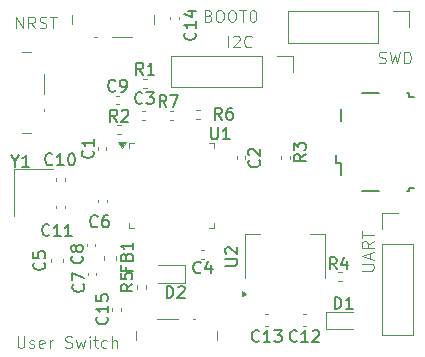
<source format=gbr>
%TF.GenerationSoftware,KiCad,Pcbnew,8.0.3*%
%TF.CreationDate,2024-12-22T23:45:43+05:30*%
%TF.ProjectId,STM32-pcb-design,53544d33-322d-4706-9362-2d6465736967,rev?*%
%TF.SameCoordinates,Original*%
%TF.FileFunction,Legend,Top*%
%TF.FilePolarity,Positive*%
%FSLAX46Y46*%
G04 Gerber Fmt 4.6, Leading zero omitted, Abs format (unit mm)*
G04 Created by KiCad (PCBNEW 8.0.3) date 2024-12-22 23:45:43*
%MOMM*%
%LPD*%
G01*
G04 APERTURE LIST*
%ADD10C,0.100000*%
%ADD11C,0.150000*%
%ADD12C,0.120000*%
G04 APERTURE END LIST*
D10*
X91493884Y-58952419D02*
X91493884Y-59761942D01*
X91493884Y-59761942D02*
X91541503Y-59857180D01*
X91541503Y-59857180D02*
X91589122Y-59904800D01*
X91589122Y-59904800D02*
X91684360Y-59952419D01*
X91684360Y-59952419D02*
X91874836Y-59952419D01*
X91874836Y-59952419D02*
X91970074Y-59904800D01*
X91970074Y-59904800D02*
X92017693Y-59857180D01*
X92017693Y-59857180D02*
X92065312Y-59761942D01*
X92065312Y-59761942D02*
X92065312Y-58952419D01*
X92493884Y-59904800D02*
X92589122Y-59952419D01*
X92589122Y-59952419D02*
X92779598Y-59952419D01*
X92779598Y-59952419D02*
X92874836Y-59904800D01*
X92874836Y-59904800D02*
X92922455Y-59809561D01*
X92922455Y-59809561D02*
X92922455Y-59761942D01*
X92922455Y-59761942D02*
X92874836Y-59666704D01*
X92874836Y-59666704D02*
X92779598Y-59619085D01*
X92779598Y-59619085D02*
X92636741Y-59619085D01*
X92636741Y-59619085D02*
X92541503Y-59571466D01*
X92541503Y-59571466D02*
X92493884Y-59476228D01*
X92493884Y-59476228D02*
X92493884Y-59428609D01*
X92493884Y-59428609D02*
X92541503Y-59333371D01*
X92541503Y-59333371D02*
X92636741Y-59285752D01*
X92636741Y-59285752D02*
X92779598Y-59285752D01*
X92779598Y-59285752D02*
X92874836Y-59333371D01*
X93731979Y-59904800D02*
X93636741Y-59952419D01*
X93636741Y-59952419D02*
X93446265Y-59952419D01*
X93446265Y-59952419D02*
X93351027Y-59904800D01*
X93351027Y-59904800D02*
X93303408Y-59809561D01*
X93303408Y-59809561D02*
X93303408Y-59428609D01*
X93303408Y-59428609D02*
X93351027Y-59333371D01*
X93351027Y-59333371D02*
X93446265Y-59285752D01*
X93446265Y-59285752D02*
X93636741Y-59285752D01*
X93636741Y-59285752D02*
X93731979Y-59333371D01*
X93731979Y-59333371D02*
X93779598Y-59428609D01*
X93779598Y-59428609D02*
X93779598Y-59523847D01*
X93779598Y-59523847D02*
X93303408Y-59619085D01*
X94208170Y-59952419D02*
X94208170Y-59285752D01*
X94208170Y-59476228D02*
X94255789Y-59380990D01*
X94255789Y-59380990D02*
X94303408Y-59333371D01*
X94303408Y-59333371D02*
X94398646Y-59285752D01*
X94398646Y-59285752D02*
X94493884Y-59285752D01*
X95541504Y-59904800D02*
X95684361Y-59952419D01*
X95684361Y-59952419D02*
X95922456Y-59952419D01*
X95922456Y-59952419D02*
X96017694Y-59904800D01*
X96017694Y-59904800D02*
X96065313Y-59857180D01*
X96065313Y-59857180D02*
X96112932Y-59761942D01*
X96112932Y-59761942D02*
X96112932Y-59666704D01*
X96112932Y-59666704D02*
X96065313Y-59571466D01*
X96065313Y-59571466D02*
X96017694Y-59523847D01*
X96017694Y-59523847D02*
X95922456Y-59476228D01*
X95922456Y-59476228D02*
X95731980Y-59428609D01*
X95731980Y-59428609D02*
X95636742Y-59380990D01*
X95636742Y-59380990D02*
X95589123Y-59333371D01*
X95589123Y-59333371D02*
X95541504Y-59238133D01*
X95541504Y-59238133D02*
X95541504Y-59142895D01*
X95541504Y-59142895D02*
X95589123Y-59047657D01*
X95589123Y-59047657D02*
X95636742Y-59000038D01*
X95636742Y-59000038D02*
X95731980Y-58952419D01*
X95731980Y-58952419D02*
X95970075Y-58952419D01*
X95970075Y-58952419D02*
X96112932Y-59000038D01*
X96446266Y-59285752D02*
X96636742Y-59952419D01*
X96636742Y-59952419D02*
X96827218Y-59476228D01*
X96827218Y-59476228D02*
X97017694Y-59952419D01*
X97017694Y-59952419D02*
X97208170Y-59285752D01*
X97589123Y-59952419D02*
X97589123Y-59285752D01*
X97589123Y-58952419D02*
X97541504Y-59000038D01*
X97541504Y-59000038D02*
X97589123Y-59047657D01*
X97589123Y-59047657D02*
X97636742Y-59000038D01*
X97636742Y-59000038D02*
X97589123Y-58952419D01*
X97589123Y-58952419D02*
X97589123Y-59047657D01*
X97922456Y-59285752D02*
X98303408Y-59285752D01*
X98065313Y-58952419D02*
X98065313Y-59809561D01*
X98065313Y-59809561D02*
X98112932Y-59904800D01*
X98112932Y-59904800D02*
X98208170Y-59952419D01*
X98208170Y-59952419D02*
X98303408Y-59952419D01*
X99065313Y-59904800D02*
X98970075Y-59952419D01*
X98970075Y-59952419D02*
X98779599Y-59952419D01*
X98779599Y-59952419D02*
X98684361Y-59904800D01*
X98684361Y-59904800D02*
X98636742Y-59857180D01*
X98636742Y-59857180D02*
X98589123Y-59761942D01*
X98589123Y-59761942D02*
X98589123Y-59476228D01*
X98589123Y-59476228D02*
X98636742Y-59380990D01*
X98636742Y-59380990D02*
X98684361Y-59333371D01*
X98684361Y-59333371D02*
X98779599Y-59285752D01*
X98779599Y-59285752D02*
X98970075Y-59285752D01*
X98970075Y-59285752D02*
X99065313Y-59333371D01*
X99493885Y-59952419D02*
X99493885Y-58952419D01*
X99922456Y-59952419D02*
X99922456Y-59428609D01*
X99922456Y-59428609D02*
X99874837Y-59333371D01*
X99874837Y-59333371D02*
X99779599Y-59285752D01*
X99779599Y-59285752D02*
X99636742Y-59285752D01*
X99636742Y-59285752D02*
X99541504Y-59333371D01*
X99541504Y-59333371D02*
X99493885Y-59380990D01*
X107657217Y-31838609D02*
X107800074Y-31886228D01*
X107800074Y-31886228D02*
X107847693Y-31933847D01*
X107847693Y-31933847D02*
X107895312Y-32029085D01*
X107895312Y-32029085D02*
X107895312Y-32171942D01*
X107895312Y-32171942D02*
X107847693Y-32267180D01*
X107847693Y-32267180D02*
X107800074Y-32314800D01*
X107800074Y-32314800D02*
X107704836Y-32362419D01*
X107704836Y-32362419D02*
X107323884Y-32362419D01*
X107323884Y-32362419D02*
X107323884Y-31362419D01*
X107323884Y-31362419D02*
X107657217Y-31362419D01*
X107657217Y-31362419D02*
X107752455Y-31410038D01*
X107752455Y-31410038D02*
X107800074Y-31457657D01*
X107800074Y-31457657D02*
X107847693Y-31552895D01*
X107847693Y-31552895D02*
X107847693Y-31648133D01*
X107847693Y-31648133D02*
X107800074Y-31743371D01*
X107800074Y-31743371D02*
X107752455Y-31790990D01*
X107752455Y-31790990D02*
X107657217Y-31838609D01*
X107657217Y-31838609D02*
X107323884Y-31838609D01*
X108514360Y-31362419D02*
X108704836Y-31362419D01*
X108704836Y-31362419D02*
X108800074Y-31410038D01*
X108800074Y-31410038D02*
X108895312Y-31505276D01*
X108895312Y-31505276D02*
X108942931Y-31695752D01*
X108942931Y-31695752D02*
X108942931Y-32029085D01*
X108942931Y-32029085D02*
X108895312Y-32219561D01*
X108895312Y-32219561D02*
X108800074Y-32314800D01*
X108800074Y-32314800D02*
X108704836Y-32362419D01*
X108704836Y-32362419D02*
X108514360Y-32362419D01*
X108514360Y-32362419D02*
X108419122Y-32314800D01*
X108419122Y-32314800D02*
X108323884Y-32219561D01*
X108323884Y-32219561D02*
X108276265Y-32029085D01*
X108276265Y-32029085D02*
X108276265Y-31695752D01*
X108276265Y-31695752D02*
X108323884Y-31505276D01*
X108323884Y-31505276D02*
X108419122Y-31410038D01*
X108419122Y-31410038D02*
X108514360Y-31362419D01*
X109561979Y-31362419D02*
X109752455Y-31362419D01*
X109752455Y-31362419D02*
X109847693Y-31410038D01*
X109847693Y-31410038D02*
X109942931Y-31505276D01*
X109942931Y-31505276D02*
X109990550Y-31695752D01*
X109990550Y-31695752D02*
X109990550Y-32029085D01*
X109990550Y-32029085D02*
X109942931Y-32219561D01*
X109942931Y-32219561D02*
X109847693Y-32314800D01*
X109847693Y-32314800D02*
X109752455Y-32362419D01*
X109752455Y-32362419D02*
X109561979Y-32362419D01*
X109561979Y-32362419D02*
X109466741Y-32314800D01*
X109466741Y-32314800D02*
X109371503Y-32219561D01*
X109371503Y-32219561D02*
X109323884Y-32029085D01*
X109323884Y-32029085D02*
X109323884Y-31695752D01*
X109323884Y-31695752D02*
X109371503Y-31505276D01*
X109371503Y-31505276D02*
X109466741Y-31410038D01*
X109466741Y-31410038D02*
X109561979Y-31362419D01*
X110276265Y-31362419D02*
X110847693Y-31362419D01*
X110561979Y-32362419D02*
X110561979Y-31362419D01*
X111371503Y-31362419D02*
X111466741Y-31362419D01*
X111466741Y-31362419D02*
X111561979Y-31410038D01*
X111561979Y-31410038D02*
X111609598Y-31457657D01*
X111609598Y-31457657D02*
X111657217Y-31552895D01*
X111657217Y-31552895D02*
X111704836Y-31743371D01*
X111704836Y-31743371D02*
X111704836Y-31981466D01*
X111704836Y-31981466D02*
X111657217Y-32171942D01*
X111657217Y-32171942D02*
X111609598Y-32267180D01*
X111609598Y-32267180D02*
X111561979Y-32314800D01*
X111561979Y-32314800D02*
X111466741Y-32362419D01*
X111466741Y-32362419D02*
X111371503Y-32362419D01*
X111371503Y-32362419D02*
X111276265Y-32314800D01*
X111276265Y-32314800D02*
X111228646Y-32267180D01*
X111228646Y-32267180D02*
X111181027Y-32171942D01*
X111181027Y-32171942D02*
X111133408Y-31981466D01*
X111133408Y-31981466D02*
X111133408Y-31743371D01*
X111133408Y-31743371D02*
X111181027Y-31552895D01*
X111181027Y-31552895D02*
X111228646Y-31457657D01*
X111228646Y-31457657D02*
X111276265Y-31410038D01*
X111276265Y-31410038D02*
X111371503Y-31362419D01*
X91363884Y-32902419D02*
X91363884Y-31902419D01*
X91363884Y-31902419D02*
X91935312Y-32902419D01*
X91935312Y-32902419D02*
X91935312Y-31902419D01*
X92982931Y-32902419D02*
X92649598Y-32426228D01*
X92411503Y-32902419D02*
X92411503Y-31902419D01*
X92411503Y-31902419D02*
X92792455Y-31902419D01*
X92792455Y-31902419D02*
X92887693Y-31950038D01*
X92887693Y-31950038D02*
X92935312Y-31997657D01*
X92935312Y-31997657D02*
X92982931Y-32092895D01*
X92982931Y-32092895D02*
X92982931Y-32235752D01*
X92982931Y-32235752D02*
X92935312Y-32330990D01*
X92935312Y-32330990D02*
X92887693Y-32378609D01*
X92887693Y-32378609D02*
X92792455Y-32426228D01*
X92792455Y-32426228D02*
X92411503Y-32426228D01*
X93363884Y-32854800D02*
X93506741Y-32902419D01*
X93506741Y-32902419D02*
X93744836Y-32902419D01*
X93744836Y-32902419D02*
X93840074Y-32854800D01*
X93840074Y-32854800D02*
X93887693Y-32807180D01*
X93887693Y-32807180D02*
X93935312Y-32711942D01*
X93935312Y-32711942D02*
X93935312Y-32616704D01*
X93935312Y-32616704D02*
X93887693Y-32521466D01*
X93887693Y-32521466D02*
X93840074Y-32473847D01*
X93840074Y-32473847D02*
X93744836Y-32426228D01*
X93744836Y-32426228D02*
X93554360Y-32378609D01*
X93554360Y-32378609D02*
X93459122Y-32330990D01*
X93459122Y-32330990D02*
X93411503Y-32283371D01*
X93411503Y-32283371D02*
X93363884Y-32188133D01*
X93363884Y-32188133D02*
X93363884Y-32092895D01*
X93363884Y-32092895D02*
X93411503Y-31997657D01*
X93411503Y-31997657D02*
X93459122Y-31950038D01*
X93459122Y-31950038D02*
X93554360Y-31902419D01*
X93554360Y-31902419D02*
X93792455Y-31902419D01*
X93792455Y-31902419D02*
X93935312Y-31950038D01*
X94221027Y-31902419D02*
X94792455Y-31902419D01*
X94506741Y-32902419D02*
X94506741Y-31902419D01*
X109313884Y-34502419D02*
X109313884Y-33502419D01*
X109742455Y-33597657D02*
X109790074Y-33550038D01*
X109790074Y-33550038D02*
X109885312Y-33502419D01*
X109885312Y-33502419D02*
X110123407Y-33502419D01*
X110123407Y-33502419D02*
X110218645Y-33550038D01*
X110218645Y-33550038D02*
X110266264Y-33597657D01*
X110266264Y-33597657D02*
X110313883Y-33692895D01*
X110313883Y-33692895D02*
X110313883Y-33788133D01*
X110313883Y-33788133D02*
X110266264Y-33930990D01*
X110266264Y-33930990D02*
X109694836Y-34502419D01*
X109694836Y-34502419D02*
X110313883Y-34502419D01*
X111313883Y-34407180D02*
X111266264Y-34454800D01*
X111266264Y-34454800D02*
X111123407Y-34502419D01*
X111123407Y-34502419D02*
X111028169Y-34502419D01*
X111028169Y-34502419D02*
X110885312Y-34454800D01*
X110885312Y-34454800D02*
X110790074Y-34359561D01*
X110790074Y-34359561D02*
X110742455Y-34264323D01*
X110742455Y-34264323D02*
X110694836Y-34073847D01*
X110694836Y-34073847D02*
X110694836Y-33930990D01*
X110694836Y-33930990D02*
X110742455Y-33740514D01*
X110742455Y-33740514D02*
X110790074Y-33645276D01*
X110790074Y-33645276D02*
X110885312Y-33550038D01*
X110885312Y-33550038D02*
X111028169Y-33502419D01*
X111028169Y-33502419D02*
X111123407Y-33502419D01*
X111123407Y-33502419D02*
X111266264Y-33550038D01*
X111266264Y-33550038D02*
X111313883Y-33597657D01*
X120642419Y-53406115D02*
X121451942Y-53406115D01*
X121451942Y-53406115D02*
X121547180Y-53358496D01*
X121547180Y-53358496D02*
X121594800Y-53310877D01*
X121594800Y-53310877D02*
X121642419Y-53215639D01*
X121642419Y-53215639D02*
X121642419Y-53025163D01*
X121642419Y-53025163D02*
X121594800Y-52929925D01*
X121594800Y-52929925D02*
X121547180Y-52882306D01*
X121547180Y-52882306D02*
X121451942Y-52834687D01*
X121451942Y-52834687D02*
X120642419Y-52834687D01*
X121356704Y-52406115D02*
X121356704Y-51929925D01*
X121642419Y-52501353D02*
X120642419Y-52168020D01*
X120642419Y-52168020D02*
X121642419Y-51834687D01*
X121642419Y-50929925D02*
X121166228Y-51263258D01*
X121642419Y-51501353D02*
X120642419Y-51501353D01*
X120642419Y-51501353D02*
X120642419Y-51120401D01*
X120642419Y-51120401D02*
X120690038Y-51025163D01*
X120690038Y-51025163D02*
X120737657Y-50977544D01*
X120737657Y-50977544D02*
X120832895Y-50929925D01*
X120832895Y-50929925D02*
X120975752Y-50929925D01*
X120975752Y-50929925D02*
X121070990Y-50977544D01*
X121070990Y-50977544D02*
X121118609Y-51025163D01*
X121118609Y-51025163D02*
X121166228Y-51120401D01*
X121166228Y-51120401D02*
X121166228Y-51501353D01*
X120642419Y-50644210D02*
X120642419Y-50072782D01*
X121642419Y-50358496D02*
X120642419Y-50358496D01*
X122086265Y-35824800D02*
X122229122Y-35872419D01*
X122229122Y-35872419D02*
X122467217Y-35872419D01*
X122467217Y-35872419D02*
X122562455Y-35824800D01*
X122562455Y-35824800D02*
X122610074Y-35777180D01*
X122610074Y-35777180D02*
X122657693Y-35681942D01*
X122657693Y-35681942D02*
X122657693Y-35586704D01*
X122657693Y-35586704D02*
X122610074Y-35491466D01*
X122610074Y-35491466D02*
X122562455Y-35443847D01*
X122562455Y-35443847D02*
X122467217Y-35396228D01*
X122467217Y-35396228D02*
X122276741Y-35348609D01*
X122276741Y-35348609D02*
X122181503Y-35300990D01*
X122181503Y-35300990D02*
X122133884Y-35253371D01*
X122133884Y-35253371D02*
X122086265Y-35158133D01*
X122086265Y-35158133D02*
X122086265Y-35062895D01*
X122086265Y-35062895D02*
X122133884Y-34967657D01*
X122133884Y-34967657D02*
X122181503Y-34920038D01*
X122181503Y-34920038D02*
X122276741Y-34872419D01*
X122276741Y-34872419D02*
X122514836Y-34872419D01*
X122514836Y-34872419D02*
X122657693Y-34920038D01*
X122991027Y-34872419D02*
X123229122Y-35872419D01*
X123229122Y-35872419D02*
X123419598Y-35158133D01*
X123419598Y-35158133D02*
X123610074Y-35872419D01*
X123610074Y-35872419D02*
X123848170Y-34872419D01*
X124229122Y-35872419D02*
X124229122Y-34872419D01*
X124229122Y-34872419D02*
X124467217Y-34872419D01*
X124467217Y-34872419D02*
X124610074Y-34920038D01*
X124610074Y-34920038D02*
X124705312Y-35015276D01*
X124705312Y-35015276D02*
X124752931Y-35110514D01*
X124752931Y-35110514D02*
X124800550Y-35300990D01*
X124800550Y-35300990D02*
X124800550Y-35443847D01*
X124800550Y-35443847D02*
X124752931Y-35634323D01*
X124752931Y-35634323D02*
X124705312Y-35729561D01*
X124705312Y-35729561D02*
X124610074Y-35824800D01*
X124610074Y-35824800D02*
X124467217Y-35872419D01*
X124467217Y-35872419D02*
X124229122Y-35872419D01*
D11*
X91273809Y-44153628D02*
X91273809Y-44629819D01*
X90940476Y-43629819D02*
X91273809Y-44153628D01*
X91273809Y-44153628D02*
X91607142Y-43629819D01*
X92464285Y-44629819D02*
X91892857Y-44629819D01*
X92178571Y-44629819D02*
X92178571Y-43629819D01*
X92178571Y-43629819D02*
X92083333Y-43772676D01*
X92083333Y-43772676D02*
X91988095Y-43867914D01*
X91988095Y-43867914D02*
X91892857Y-43915533D01*
X109087319Y-52981904D02*
X109896842Y-52981904D01*
X109896842Y-52981904D02*
X109992080Y-52934285D01*
X109992080Y-52934285D02*
X110039700Y-52886666D01*
X110039700Y-52886666D02*
X110087319Y-52791428D01*
X110087319Y-52791428D02*
X110087319Y-52600952D01*
X110087319Y-52600952D02*
X110039700Y-52505714D01*
X110039700Y-52505714D02*
X109992080Y-52458095D01*
X109992080Y-52458095D02*
X109896842Y-52410476D01*
X109896842Y-52410476D02*
X109087319Y-52410476D01*
X109182557Y-51981904D02*
X109134938Y-51934285D01*
X109134938Y-51934285D02*
X109087319Y-51839047D01*
X109087319Y-51839047D02*
X109087319Y-51600952D01*
X109087319Y-51600952D02*
X109134938Y-51505714D01*
X109134938Y-51505714D02*
X109182557Y-51458095D01*
X109182557Y-51458095D02*
X109277795Y-51410476D01*
X109277795Y-51410476D02*
X109373033Y-51410476D01*
X109373033Y-51410476D02*
X109515890Y-51458095D01*
X109515890Y-51458095D02*
X110087319Y-52029523D01*
X110087319Y-52029523D02*
X110087319Y-51410476D01*
X107888095Y-41279819D02*
X107888095Y-42089342D01*
X107888095Y-42089342D02*
X107935714Y-42184580D01*
X107935714Y-42184580D02*
X107983333Y-42232200D01*
X107983333Y-42232200D02*
X108078571Y-42279819D01*
X108078571Y-42279819D02*
X108269047Y-42279819D01*
X108269047Y-42279819D02*
X108364285Y-42232200D01*
X108364285Y-42232200D02*
X108411904Y-42184580D01*
X108411904Y-42184580D02*
X108459523Y-42089342D01*
X108459523Y-42089342D02*
X108459523Y-41279819D01*
X109459523Y-42279819D02*
X108888095Y-42279819D01*
X109173809Y-42279819D02*
X109173809Y-41279819D01*
X109173809Y-41279819D02*
X109078571Y-41422676D01*
X109078571Y-41422676D02*
X108983333Y-41517914D01*
X108983333Y-41517914D02*
X108888095Y-41565533D01*
X104103333Y-39554819D02*
X103770000Y-39078628D01*
X103531905Y-39554819D02*
X103531905Y-38554819D01*
X103531905Y-38554819D02*
X103912857Y-38554819D01*
X103912857Y-38554819D02*
X104008095Y-38602438D01*
X104008095Y-38602438D02*
X104055714Y-38650057D01*
X104055714Y-38650057D02*
X104103333Y-38745295D01*
X104103333Y-38745295D02*
X104103333Y-38888152D01*
X104103333Y-38888152D02*
X104055714Y-38983390D01*
X104055714Y-38983390D02*
X104008095Y-39031009D01*
X104008095Y-39031009D02*
X103912857Y-39078628D01*
X103912857Y-39078628D02*
X103531905Y-39078628D01*
X104436667Y-38554819D02*
X105103333Y-38554819D01*
X105103333Y-38554819D02*
X104674762Y-39554819D01*
X108793333Y-40614819D02*
X108460000Y-40138628D01*
X108221905Y-40614819D02*
X108221905Y-39614819D01*
X108221905Y-39614819D02*
X108602857Y-39614819D01*
X108602857Y-39614819D02*
X108698095Y-39662438D01*
X108698095Y-39662438D02*
X108745714Y-39710057D01*
X108745714Y-39710057D02*
X108793333Y-39805295D01*
X108793333Y-39805295D02*
X108793333Y-39948152D01*
X108793333Y-39948152D02*
X108745714Y-40043390D01*
X108745714Y-40043390D02*
X108698095Y-40091009D01*
X108698095Y-40091009D02*
X108602857Y-40138628D01*
X108602857Y-40138628D02*
X108221905Y-40138628D01*
X109650476Y-39614819D02*
X109460000Y-39614819D01*
X109460000Y-39614819D02*
X109364762Y-39662438D01*
X109364762Y-39662438D02*
X109317143Y-39710057D01*
X109317143Y-39710057D02*
X109221905Y-39852914D01*
X109221905Y-39852914D02*
X109174286Y-40043390D01*
X109174286Y-40043390D02*
X109174286Y-40424342D01*
X109174286Y-40424342D02*
X109221905Y-40519580D01*
X109221905Y-40519580D02*
X109269524Y-40567200D01*
X109269524Y-40567200D02*
X109364762Y-40614819D01*
X109364762Y-40614819D02*
X109555238Y-40614819D01*
X109555238Y-40614819D02*
X109650476Y-40567200D01*
X109650476Y-40567200D02*
X109698095Y-40519580D01*
X109698095Y-40519580D02*
X109745714Y-40424342D01*
X109745714Y-40424342D02*
X109745714Y-40186247D01*
X109745714Y-40186247D02*
X109698095Y-40091009D01*
X109698095Y-40091009D02*
X109650476Y-40043390D01*
X109650476Y-40043390D02*
X109555238Y-39995771D01*
X109555238Y-39995771D02*
X109364762Y-39995771D01*
X109364762Y-39995771D02*
X109269524Y-40043390D01*
X109269524Y-40043390D02*
X109221905Y-40091009D01*
X109221905Y-40091009D02*
X109174286Y-40186247D01*
X101214819Y-54536666D02*
X100738628Y-54869999D01*
X101214819Y-55108094D02*
X100214819Y-55108094D01*
X100214819Y-55108094D02*
X100214819Y-54727142D01*
X100214819Y-54727142D02*
X100262438Y-54631904D01*
X100262438Y-54631904D02*
X100310057Y-54584285D01*
X100310057Y-54584285D02*
X100405295Y-54536666D01*
X100405295Y-54536666D02*
X100548152Y-54536666D01*
X100548152Y-54536666D02*
X100643390Y-54584285D01*
X100643390Y-54584285D02*
X100691009Y-54631904D01*
X100691009Y-54631904D02*
X100738628Y-54727142D01*
X100738628Y-54727142D02*
X100738628Y-55108094D01*
X100214819Y-53631904D02*
X100214819Y-54108094D01*
X100214819Y-54108094D02*
X100691009Y-54155713D01*
X100691009Y-54155713D02*
X100643390Y-54108094D01*
X100643390Y-54108094D02*
X100595771Y-54012856D01*
X100595771Y-54012856D02*
X100595771Y-53774761D01*
X100595771Y-53774761D02*
X100643390Y-53679523D01*
X100643390Y-53679523D02*
X100691009Y-53631904D01*
X100691009Y-53631904D02*
X100786247Y-53584285D01*
X100786247Y-53584285D02*
X101024342Y-53584285D01*
X101024342Y-53584285D02*
X101119580Y-53631904D01*
X101119580Y-53631904D02*
X101167200Y-53679523D01*
X101167200Y-53679523D02*
X101214819Y-53774761D01*
X101214819Y-53774761D02*
X101214819Y-54012856D01*
X101214819Y-54012856D02*
X101167200Y-54108094D01*
X101167200Y-54108094D02*
X101119580Y-54155713D01*
X118513333Y-53294819D02*
X118180000Y-52818628D01*
X117941905Y-53294819D02*
X117941905Y-52294819D01*
X117941905Y-52294819D02*
X118322857Y-52294819D01*
X118322857Y-52294819D02*
X118418095Y-52342438D01*
X118418095Y-52342438D02*
X118465714Y-52390057D01*
X118465714Y-52390057D02*
X118513333Y-52485295D01*
X118513333Y-52485295D02*
X118513333Y-52628152D01*
X118513333Y-52628152D02*
X118465714Y-52723390D01*
X118465714Y-52723390D02*
X118418095Y-52771009D01*
X118418095Y-52771009D02*
X118322857Y-52818628D01*
X118322857Y-52818628D02*
X117941905Y-52818628D01*
X119370476Y-52628152D02*
X119370476Y-53294819D01*
X119132381Y-52247200D02*
X118894286Y-52961485D01*
X118894286Y-52961485D02*
X119513333Y-52961485D01*
X115874819Y-43536666D02*
X115398628Y-43869999D01*
X115874819Y-44108094D02*
X114874819Y-44108094D01*
X114874819Y-44108094D02*
X114874819Y-43727142D01*
X114874819Y-43727142D02*
X114922438Y-43631904D01*
X114922438Y-43631904D02*
X114970057Y-43584285D01*
X114970057Y-43584285D02*
X115065295Y-43536666D01*
X115065295Y-43536666D02*
X115208152Y-43536666D01*
X115208152Y-43536666D02*
X115303390Y-43584285D01*
X115303390Y-43584285D02*
X115351009Y-43631904D01*
X115351009Y-43631904D02*
X115398628Y-43727142D01*
X115398628Y-43727142D02*
X115398628Y-44108094D01*
X114874819Y-43203332D02*
X114874819Y-42584285D01*
X114874819Y-42584285D02*
X115255771Y-42917618D01*
X115255771Y-42917618D02*
X115255771Y-42774761D01*
X115255771Y-42774761D02*
X115303390Y-42679523D01*
X115303390Y-42679523D02*
X115351009Y-42631904D01*
X115351009Y-42631904D02*
X115446247Y-42584285D01*
X115446247Y-42584285D02*
X115684342Y-42584285D01*
X115684342Y-42584285D02*
X115779580Y-42631904D01*
X115779580Y-42631904D02*
X115827200Y-42679523D01*
X115827200Y-42679523D02*
X115874819Y-42774761D01*
X115874819Y-42774761D02*
X115874819Y-43060475D01*
X115874819Y-43060475D02*
X115827200Y-43155713D01*
X115827200Y-43155713D02*
X115779580Y-43203332D01*
X99933333Y-40784819D02*
X99600000Y-40308628D01*
X99361905Y-40784819D02*
X99361905Y-39784819D01*
X99361905Y-39784819D02*
X99742857Y-39784819D01*
X99742857Y-39784819D02*
X99838095Y-39832438D01*
X99838095Y-39832438D02*
X99885714Y-39880057D01*
X99885714Y-39880057D02*
X99933333Y-39975295D01*
X99933333Y-39975295D02*
X99933333Y-40118152D01*
X99933333Y-40118152D02*
X99885714Y-40213390D01*
X99885714Y-40213390D02*
X99838095Y-40261009D01*
X99838095Y-40261009D02*
X99742857Y-40308628D01*
X99742857Y-40308628D02*
X99361905Y-40308628D01*
X100314286Y-39880057D02*
X100361905Y-39832438D01*
X100361905Y-39832438D02*
X100457143Y-39784819D01*
X100457143Y-39784819D02*
X100695238Y-39784819D01*
X100695238Y-39784819D02*
X100790476Y-39832438D01*
X100790476Y-39832438D02*
X100838095Y-39880057D01*
X100838095Y-39880057D02*
X100885714Y-39975295D01*
X100885714Y-39975295D02*
X100885714Y-40070533D01*
X100885714Y-40070533D02*
X100838095Y-40213390D01*
X100838095Y-40213390D02*
X100266667Y-40784819D01*
X100266667Y-40784819D02*
X100885714Y-40784819D01*
X102133333Y-36809819D02*
X101800000Y-36333628D01*
X101561905Y-36809819D02*
X101561905Y-35809819D01*
X101561905Y-35809819D02*
X101942857Y-35809819D01*
X101942857Y-35809819D02*
X102038095Y-35857438D01*
X102038095Y-35857438D02*
X102085714Y-35905057D01*
X102085714Y-35905057D02*
X102133333Y-36000295D01*
X102133333Y-36000295D02*
X102133333Y-36143152D01*
X102133333Y-36143152D02*
X102085714Y-36238390D01*
X102085714Y-36238390D02*
X102038095Y-36286009D01*
X102038095Y-36286009D02*
X101942857Y-36333628D01*
X101942857Y-36333628D02*
X101561905Y-36333628D01*
X103085714Y-36809819D02*
X102514286Y-36809819D01*
X102800000Y-36809819D02*
X102800000Y-35809819D01*
X102800000Y-35809819D02*
X102704762Y-35952676D01*
X102704762Y-35952676D02*
X102609524Y-36047914D01*
X102609524Y-36047914D02*
X102514286Y-36095533D01*
X100706009Y-53088333D02*
X100706009Y-53421666D01*
X101229819Y-53421666D02*
X100229819Y-53421666D01*
X100229819Y-53421666D02*
X100229819Y-52945476D01*
X100706009Y-52231190D02*
X100753628Y-52088333D01*
X100753628Y-52088333D02*
X100801247Y-52040714D01*
X100801247Y-52040714D02*
X100896485Y-51993095D01*
X100896485Y-51993095D02*
X101039342Y-51993095D01*
X101039342Y-51993095D02*
X101134580Y-52040714D01*
X101134580Y-52040714D02*
X101182200Y-52088333D01*
X101182200Y-52088333D02*
X101229819Y-52183571D01*
X101229819Y-52183571D02*
X101229819Y-52564523D01*
X101229819Y-52564523D02*
X100229819Y-52564523D01*
X100229819Y-52564523D02*
X100229819Y-52231190D01*
X100229819Y-52231190D02*
X100277438Y-52135952D01*
X100277438Y-52135952D02*
X100325057Y-52088333D01*
X100325057Y-52088333D02*
X100420295Y-52040714D01*
X100420295Y-52040714D02*
X100515533Y-52040714D01*
X100515533Y-52040714D02*
X100610771Y-52088333D01*
X100610771Y-52088333D02*
X100658390Y-52135952D01*
X100658390Y-52135952D02*
X100706009Y-52231190D01*
X100706009Y-52231190D02*
X100706009Y-52564523D01*
X101229819Y-51040714D02*
X101229819Y-51612142D01*
X101229819Y-51326428D02*
X100229819Y-51326428D01*
X100229819Y-51326428D02*
X100372676Y-51421666D01*
X100372676Y-51421666D02*
X100467914Y-51516904D01*
X100467914Y-51516904D02*
X100515533Y-51612142D01*
X104121905Y-55714819D02*
X104121905Y-54714819D01*
X104121905Y-54714819D02*
X104360000Y-54714819D01*
X104360000Y-54714819D02*
X104502857Y-54762438D01*
X104502857Y-54762438D02*
X104598095Y-54857676D01*
X104598095Y-54857676D02*
X104645714Y-54952914D01*
X104645714Y-54952914D02*
X104693333Y-55143390D01*
X104693333Y-55143390D02*
X104693333Y-55286247D01*
X104693333Y-55286247D02*
X104645714Y-55476723D01*
X104645714Y-55476723D02*
X104598095Y-55571961D01*
X104598095Y-55571961D02*
X104502857Y-55667200D01*
X104502857Y-55667200D02*
X104360000Y-55714819D01*
X104360000Y-55714819D02*
X104121905Y-55714819D01*
X105074286Y-54810057D02*
X105121905Y-54762438D01*
X105121905Y-54762438D02*
X105217143Y-54714819D01*
X105217143Y-54714819D02*
X105455238Y-54714819D01*
X105455238Y-54714819D02*
X105550476Y-54762438D01*
X105550476Y-54762438D02*
X105598095Y-54810057D01*
X105598095Y-54810057D02*
X105645714Y-54905295D01*
X105645714Y-54905295D02*
X105645714Y-55000533D01*
X105645714Y-55000533D02*
X105598095Y-55143390D01*
X105598095Y-55143390D02*
X105026667Y-55714819D01*
X105026667Y-55714819D02*
X105645714Y-55714819D01*
X118331905Y-56644819D02*
X118331905Y-55644819D01*
X118331905Y-55644819D02*
X118570000Y-55644819D01*
X118570000Y-55644819D02*
X118712857Y-55692438D01*
X118712857Y-55692438D02*
X118808095Y-55787676D01*
X118808095Y-55787676D02*
X118855714Y-55882914D01*
X118855714Y-55882914D02*
X118903333Y-56073390D01*
X118903333Y-56073390D02*
X118903333Y-56216247D01*
X118903333Y-56216247D02*
X118855714Y-56406723D01*
X118855714Y-56406723D02*
X118808095Y-56501961D01*
X118808095Y-56501961D02*
X118712857Y-56597200D01*
X118712857Y-56597200D02*
X118570000Y-56644819D01*
X118570000Y-56644819D02*
X118331905Y-56644819D01*
X119855714Y-56644819D02*
X119284286Y-56644819D01*
X119570000Y-56644819D02*
X119570000Y-55644819D01*
X119570000Y-55644819D02*
X119474762Y-55787676D01*
X119474762Y-55787676D02*
X119379524Y-55882914D01*
X119379524Y-55882914D02*
X119284286Y-55930533D01*
X99059580Y-57322857D02*
X99107200Y-57370476D01*
X99107200Y-57370476D02*
X99154819Y-57513333D01*
X99154819Y-57513333D02*
X99154819Y-57608571D01*
X99154819Y-57608571D02*
X99107200Y-57751428D01*
X99107200Y-57751428D02*
X99011961Y-57846666D01*
X99011961Y-57846666D02*
X98916723Y-57894285D01*
X98916723Y-57894285D02*
X98726247Y-57941904D01*
X98726247Y-57941904D02*
X98583390Y-57941904D01*
X98583390Y-57941904D02*
X98392914Y-57894285D01*
X98392914Y-57894285D02*
X98297676Y-57846666D01*
X98297676Y-57846666D02*
X98202438Y-57751428D01*
X98202438Y-57751428D02*
X98154819Y-57608571D01*
X98154819Y-57608571D02*
X98154819Y-57513333D01*
X98154819Y-57513333D02*
X98202438Y-57370476D01*
X98202438Y-57370476D02*
X98250057Y-57322857D01*
X99154819Y-56370476D02*
X99154819Y-56941904D01*
X99154819Y-56656190D02*
X98154819Y-56656190D01*
X98154819Y-56656190D02*
X98297676Y-56751428D01*
X98297676Y-56751428D02*
X98392914Y-56846666D01*
X98392914Y-56846666D02*
X98440533Y-56941904D01*
X98154819Y-55465714D02*
X98154819Y-55941904D01*
X98154819Y-55941904D02*
X98631009Y-55989523D01*
X98631009Y-55989523D02*
X98583390Y-55941904D01*
X98583390Y-55941904D02*
X98535771Y-55846666D01*
X98535771Y-55846666D02*
X98535771Y-55608571D01*
X98535771Y-55608571D02*
X98583390Y-55513333D01*
X98583390Y-55513333D02*
X98631009Y-55465714D01*
X98631009Y-55465714D02*
X98726247Y-55418095D01*
X98726247Y-55418095D02*
X98964342Y-55418095D01*
X98964342Y-55418095D02*
X99059580Y-55465714D01*
X99059580Y-55465714D02*
X99107200Y-55513333D01*
X99107200Y-55513333D02*
X99154819Y-55608571D01*
X99154819Y-55608571D02*
X99154819Y-55846666D01*
X99154819Y-55846666D02*
X99107200Y-55941904D01*
X99107200Y-55941904D02*
X99059580Y-55989523D01*
X106499580Y-33262857D02*
X106547200Y-33310476D01*
X106547200Y-33310476D02*
X106594819Y-33453333D01*
X106594819Y-33453333D02*
X106594819Y-33548571D01*
X106594819Y-33548571D02*
X106547200Y-33691428D01*
X106547200Y-33691428D02*
X106451961Y-33786666D01*
X106451961Y-33786666D02*
X106356723Y-33834285D01*
X106356723Y-33834285D02*
X106166247Y-33881904D01*
X106166247Y-33881904D02*
X106023390Y-33881904D01*
X106023390Y-33881904D02*
X105832914Y-33834285D01*
X105832914Y-33834285D02*
X105737676Y-33786666D01*
X105737676Y-33786666D02*
X105642438Y-33691428D01*
X105642438Y-33691428D02*
X105594819Y-33548571D01*
X105594819Y-33548571D02*
X105594819Y-33453333D01*
X105594819Y-33453333D02*
X105642438Y-33310476D01*
X105642438Y-33310476D02*
X105690057Y-33262857D01*
X106594819Y-32310476D02*
X106594819Y-32881904D01*
X106594819Y-32596190D02*
X105594819Y-32596190D01*
X105594819Y-32596190D02*
X105737676Y-32691428D01*
X105737676Y-32691428D02*
X105832914Y-32786666D01*
X105832914Y-32786666D02*
X105880533Y-32881904D01*
X105928152Y-31453333D02*
X106594819Y-31453333D01*
X105547200Y-31691428D02*
X106261485Y-31929523D01*
X106261485Y-31929523D02*
X106261485Y-31310476D01*
X111952142Y-59359580D02*
X111904523Y-59407200D01*
X111904523Y-59407200D02*
X111761666Y-59454819D01*
X111761666Y-59454819D02*
X111666428Y-59454819D01*
X111666428Y-59454819D02*
X111523571Y-59407200D01*
X111523571Y-59407200D02*
X111428333Y-59311961D01*
X111428333Y-59311961D02*
X111380714Y-59216723D01*
X111380714Y-59216723D02*
X111333095Y-59026247D01*
X111333095Y-59026247D02*
X111333095Y-58883390D01*
X111333095Y-58883390D02*
X111380714Y-58692914D01*
X111380714Y-58692914D02*
X111428333Y-58597676D01*
X111428333Y-58597676D02*
X111523571Y-58502438D01*
X111523571Y-58502438D02*
X111666428Y-58454819D01*
X111666428Y-58454819D02*
X111761666Y-58454819D01*
X111761666Y-58454819D02*
X111904523Y-58502438D01*
X111904523Y-58502438D02*
X111952142Y-58550057D01*
X112904523Y-59454819D02*
X112333095Y-59454819D01*
X112618809Y-59454819D02*
X112618809Y-58454819D01*
X112618809Y-58454819D02*
X112523571Y-58597676D01*
X112523571Y-58597676D02*
X112428333Y-58692914D01*
X112428333Y-58692914D02*
X112333095Y-58740533D01*
X113237857Y-58454819D02*
X113856904Y-58454819D01*
X113856904Y-58454819D02*
X113523571Y-58835771D01*
X113523571Y-58835771D02*
X113666428Y-58835771D01*
X113666428Y-58835771D02*
X113761666Y-58883390D01*
X113761666Y-58883390D02*
X113809285Y-58931009D01*
X113809285Y-58931009D02*
X113856904Y-59026247D01*
X113856904Y-59026247D02*
X113856904Y-59264342D01*
X113856904Y-59264342D02*
X113809285Y-59359580D01*
X113809285Y-59359580D02*
X113761666Y-59407200D01*
X113761666Y-59407200D02*
X113666428Y-59454819D01*
X113666428Y-59454819D02*
X113380714Y-59454819D01*
X113380714Y-59454819D02*
X113285476Y-59407200D01*
X113285476Y-59407200D02*
X113237857Y-59359580D01*
X115152142Y-59359580D02*
X115104523Y-59407200D01*
X115104523Y-59407200D02*
X114961666Y-59454819D01*
X114961666Y-59454819D02*
X114866428Y-59454819D01*
X114866428Y-59454819D02*
X114723571Y-59407200D01*
X114723571Y-59407200D02*
X114628333Y-59311961D01*
X114628333Y-59311961D02*
X114580714Y-59216723D01*
X114580714Y-59216723D02*
X114533095Y-59026247D01*
X114533095Y-59026247D02*
X114533095Y-58883390D01*
X114533095Y-58883390D02*
X114580714Y-58692914D01*
X114580714Y-58692914D02*
X114628333Y-58597676D01*
X114628333Y-58597676D02*
X114723571Y-58502438D01*
X114723571Y-58502438D02*
X114866428Y-58454819D01*
X114866428Y-58454819D02*
X114961666Y-58454819D01*
X114961666Y-58454819D02*
X115104523Y-58502438D01*
X115104523Y-58502438D02*
X115152142Y-58550057D01*
X116104523Y-59454819D02*
X115533095Y-59454819D01*
X115818809Y-59454819D02*
X115818809Y-58454819D01*
X115818809Y-58454819D02*
X115723571Y-58597676D01*
X115723571Y-58597676D02*
X115628333Y-58692914D01*
X115628333Y-58692914D02*
X115533095Y-58740533D01*
X116485476Y-58550057D02*
X116533095Y-58502438D01*
X116533095Y-58502438D02*
X116628333Y-58454819D01*
X116628333Y-58454819D02*
X116866428Y-58454819D01*
X116866428Y-58454819D02*
X116961666Y-58502438D01*
X116961666Y-58502438D02*
X117009285Y-58550057D01*
X117009285Y-58550057D02*
X117056904Y-58645295D01*
X117056904Y-58645295D02*
X117056904Y-58740533D01*
X117056904Y-58740533D02*
X117009285Y-58883390D01*
X117009285Y-58883390D02*
X116437857Y-59454819D01*
X116437857Y-59454819D02*
X117056904Y-59454819D01*
X94182142Y-50384580D02*
X94134523Y-50432200D01*
X94134523Y-50432200D02*
X93991666Y-50479819D01*
X93991666Y-50479819D02*
X93896428Y-50479819D01*
X93896428Y-50479819D02*
X93753571Y-50432200D01*
X93753571Y-50432200D02*
X93658333Y-50336961D01*
X93658333Y-50336961D02*
X93610714Y-50241723D01*
X93610714Y-50241723D02*
X93563095Y-50051247D01*
X93563095Y-50051247D02*
X93563095Y-49908390D01*
X93563095Y-49908390D02*
X93610714Y-49717914D01*
X93610714Y-49717914D02*
X93658333Y-49622676D01*
X93658333Y-49622676D02*
X93753571Y-49527438D01*
X93753571Y-49527438D02*
X93896428Y-49479819D01*
X93896428Y-49479819D02*
X93991666Y-49479819D01*
X93991666Y-49479819D02*
X94134523Y-49527438D01*
X94134523Y-49527438D02*
X94182142Y-49575057D01*
X95134523Y-50479819D02*
X94563095Y-50479819D01*
X94848809Y-50479819D02*
X94848809Y-49479819D01*
X94848809Y-49479819D02*
X94753571Y-49622676D01*
X94753571Y-49622676D02*
X94658333Y-49717914D01*
X94658333Y-49717914D02*
X94563095Y-49765533D01*
X96086904Y-50479819D02*
X95515476Y-50479819D01*
X95801190Y-50479819D02*
X95801190Y-49479819D01*
X95801190Y-49479819D02*
X95705952Y-49622676D01*
X95705952Y-49622676D02*
X95610714Y-49717914D01*
X95610714Y-49717914D02*
X95515476Y-49765533D01*
X94432142Y-44384580D02*
X94384523Y-44432200D01*
X94384523Y-44432200D02*
X94241666Y-44479819D01*
X94241666Y-44479819D02*
X94146428Y-44479819D01*
X94146428Y-44479819D02*
X94003571Y-44432200D01*
X94003571Y-44432200D02*
X93908333Y-44336961D01*
X93908333Y-44336961D02*
X93860714Y-44241723D01*
X93860714Y-44241723D02*
X93813095Y-44051247D01*
X93813095Y-44051247D02*
X93813095Y-43908390D01*
X93813095Y-43908390D02*
X93860714Y-43717914D01*
X93860714Y-43717914D02*
X93908333Y-43622676D01*
X93908333Y-43622676D02*
X94003571Y-43527438D01*
X94003571Y-43527438D02*
X94146428Y-43479819D01*
X94146428Y-43479819D02*
X94241666Y-43479819D01*
X94241666Y-43479819D02*
X94384523Y-43527438D01*
X94384523Y-43527438D02*
X94432142Y-43575057D01*
X95384523Y-44479819D02*
X94813095Y-44479819D01*
X95098809Y-44479819D02*
X95098809Y-43479819D01*
X95098809Y-43479819D02*
X95003571Y-43622676D01*
X95003571Y-43622676D02*
X94908333Y-43717914D01*
X94908333Y-43717914D02*
X94813095Y-43765533D01*
X96003571Y-43479819D02*
X96098809Y-43479819D01*
X96098809Y-43479819D02*
X96194047Y-43527438D01*
X96194047Y-43527438D02*
X96241666Y-43575057D01*
X96241666Y-43575057D02*
X96289285Y-43670295D01*
X96289285Y-43670295D02*
X96336904Y-43860771D01*
X96336904Y-43860771D02*
X96336904Y-44098866D01*
X96336904Y-44098866D02*
X96289285Y-44289342D01*
X96289285Y-44289342D02*
X96241666Y-44384580D01*
X96241666Y-44384580D02*
X96194047Y-44432200D01*
X96194047Y-44432200D02*
X96098809Y-44479819D01*
X96098809Y-44479819D02*
X96003571Y-44479819D01*
X96003571Y-44479819D02*
X95908333Y-44432200D01*
X95908333Y-44432200D02*
X95860714Y-44384580D01*
X95860714Y-44384580D02*
X95813095Y-44289342D01*
X95813095Y-44289342D02*
X95765476Y-44098866D01*
X95765476Y-44098866D02*
X95765476Y-43860771D01*
X95765476Y-43860771D02*
X95813095Y-43670295D01*
X95813095Y-43670295D02*
X95860714Y-43575057D01*
X95860714Y-43575057D02*
X95908333Y-43527438D01*
X95908333Y-43527438D02*
X96003571Y-43479819D01*
X99778333Y-38149580D02*
X99730714Y-38197200D01*
X99730714Y-38197200D02*
X99587857Y-38244819D01*
X99587857Y-38244819D02*
X99492619Y-38244819D01*
X99492619Y-38244819D02*
X99349762Y-38197200D01*
X99349762Y-38197200D02*
X99254524Y-38101961D01*
X99254524Y-38101961D02*
X99206905Y-38006723D01*
X99206905Y-38006723D02*
X99159286Y-37816247D01*
X99159286Y-37816247D02*
X99159286Y-37673390D01*
X99159286Y-37673390D02*
X99206905Y-37482914D01*
X99206905Y-37482914D02*
X99254524Y-37387676D01*
X99254524Y-37387676D02*
X99349762Y-37292438D01*
X99349762Y-37292438D02*
X99492619Y-37244819D01*
X99492619Y-37244819D02*
X99587857Y-37244819D01*
X99587857Y-37244819D02*
X99730714Y-37292438D01*
X99730714Y-37292438D02*
X99778333Y-37340057D01*
X100254524Y-38244819D02*
X100445000Y-38244819D01*
X100445000Y-38244819D02*
X100540238Y-38197200D01*
X100540238Y-38197200D02*
X100587857Y-38149580D01*
X100587857Y-38149580D02*
X100683095Y-38006723D01*
X100683095Y-38006723D02*
X100730714Y-37816247D01*
X100730714Y-37816247D02*
X100730714Y-37435295D01*
X100730714Y-37435295D02*
X100683095Y-37340057D01*
X100683095Y-37340057D02*
X100635476Y-37292438D01*
X100635476Y-37292438D02*
X100540238Y-37244819D01*
X100540238Y-37244819D02*
X100349762Y-37244819D01*
X100349762Y-37244819D02*
X100254524Y-37292438D01*
X100254524Y-37292438D02*
X100206905Y-37340057D01*
X100206905Y-37340057D02*
X100159286Y-37435295D01*
X100159286Y-37435295D02*
X100159286Y-37673390D01*
X100159286Y-37673390D02*
X100206905Y-37768628D01*
X100206905Y-37768628D02*
X100254524Y-37816247D01*
X100254524Y-37816247D02*
X100349762Y-37863866D01*
X100349762Y-37863866D02*
X100540238Y-37863866D01*
X100540238Y-37863866D02*
X100635476Y-37816247D01*
X100635476Y-37816247D02*
X100683095Y-37768628D01*
X100683095Y-37768628D02*
X100730714Y-37673390D01*
X96929580Y-52186666D02*
X96977200Y-52234285D01*
X96977200Y-52234285D02*
X97024819Y-52377142D01*
X97024819Y-52377142D02*
X97024819Y-52472380D01*
X97024819Y-52472380D02*
X96977200Y-52615237D01*
X96977200Y-52615237D02*
X96881961Y-52710475D01*
X96881961Y-52710475D02*
X96786723Y-52758094D01*
X96786723Y-52758094D02*
X96596247Y-52805713D01*
X96596247Y-52805713D02*
X96453390Y-52805713D01*
X96453390Y-52805713D02*
X96262914Y-52758094D01*
X96262914Y-52758094D02*
X96167676Y-52710475D01*
X96167676Y-52710475D02*
X96072438Y-52615237D01*
X96072438Y-52615237D02*
X96024819Y-52472380D01*
X96024819Y-52472380D02*
X96024819Y-52377142D01*
X96024819Y-52377142D02*
X96072438Y-52234285D01*
X96072438Y-52234285D02*
X96120057Y-52186666D01*
X96453390Y-51615237D02*
X96405771Y-51710475D01*
X96405771Y-51710475D02*
X96358152Y-51758094D01*
X96358152Y-51758094D02*
X96262914Y-51805713D01*
X96262914Y-51805713D02*
X96215295Y-51805713D01*
X96215295Y-51805713D02*
X96120057Y-51758094D01*
X96120057Y-51758094D02*
X96072438Y-51710475D01*
X96072438Y-51710475D02*
X96024819Y-51615237D01*
X96024819Y-51615237D02*
X96024819Y-51424761D01*
X96024819Y-51424761D02*
X96072438Y-51329523D01*
X96072438Y-51329523D02*
X96120057Y-51281904D01*
X96120057Y-51281904D02*
X96215295Y-51234285D01*
X96215295Y-51234285D02*
X96262914Y-51234285D01*
X96262914Y-51234285D02*
X96358152Y-51281904D01*
X96358152Y-51281904D02*
X96405771Y-51329523D01*
X96405771Y-51329523D02*
X96453390Y-51424761D01*
X96453390Y-51424761D02*
X96453390Y-51615237D01*
X96453390Y-51615237D02*
X96501009Y-51710475D01*
X96501009Y-51710475D02*
X96548628Y-51758094D01*
X96548628Y-51758094D02*
X96643866Y-51805713D01*
X96643866Y-51805713D02*
X96834342Y-51805713D01*
X96834342Y-51805713D02*
X96929580Y-51758094D01*
X96929580Y-51758094D02*
X96977200Y-51710475D01*
X96977200Y-51710475D02*
X97024819Y-51615237D01*
X97024819Y-51615237D02*
X97024819Y-51424761D01*
X97024819Y-51424761D02*
X96977200Y-51329523D01*
X96977200Y-51329523D02*
X96929580Y-51281904D01*
X96929580Y-51281904D02*
X96834342Y-51234285D01*
X96834342Y-51234285D02*
X96643866Y-51234285D01*
X96643866Y-51234285D02*
X96548628Y-51281904D01*
X96548628Y-51281904D02*
X96501009Y-51329523D01*
X96501009Y-51329523D02*
X96453390Y-51424761D01*
X97049580Y-54576666D02*
X97097200Y-54624285D01*
X97097200Y-54624285D02*
X97144819Y-54767142D01*
X97144819Y-54767142D02*
X97144819Y-54862380D01*
X97144819Y-54862380D02*
X97097200Y-55005237D01*
X97097200Y-55005237D02*
X97001961Y-55100475D01*
X97001961Y-55100475D02*
X96906723Y-55148094D01*
X96906723Y-55148094D02*
X96716247Y-55195713D01*
X96716247Y-55195713D02*
X96573390Y-55195713D01*
X96573390Y-55195713D02*
X96382914Y-55148094D01*
X96382914Y-55148094D02*
X96287676Y-55100475D01*
X96287676Y-55100475D02*
X96192438Y-55005237D01*
X96192438Y-55005237D02*
X96144819Y-54862380D01*
X96144819Y-54862380D02*
X96144819Y-54767142D01*
X96144819Y-54767142D02*
X96192438Y-54624285D01*
X96192438Y-54624285D02*
X96240057Y-54576666D01*
X96144819Y-54243332D02*
X96144819Y-53576666D01*
X96144819Y-53576666D02*
X97144819Y-54005237D01*
X98263333Y-49639580D02*
X98215714Y-49687200D01*
X98215714Y-49687200D02*
X98072857Y-49734819D01*
X98072857Y-49734819D02*
X97977619Y-49734819D01*
X97977619Y-49734819D02*
X97834762Y-49687200D01*
X97834762Y-49687200D02*
X97739524Y-49591961D01*
X97739524Y-49591961D02*
X97691905Y-49496723D01*
X97691905Y-49496723D02*
X97644286Y-49306247D01*
X97644286Y-49306247D02*
X97644286Y-49163390D01*
X97644286Y-49163390D02*
X97691905Y-48972914D01*
X97691905Y-48972914D02*
X97739524Y-48877676D01*
X97739524Y-48877676D02*
X97834762Y-48782438D01*
X97834762Y-48782438D02*
X97977619Y-48734819D01*
X97977619Y-48734819D02*
X98072857Y-48734819D01*
X98072857Y-48734819D02*
X98215714Y-48782438D01*
X98215714Y-48782438D02*
X98263333Y-48830057D01*
X99120476Y-48734819D02*
X98930000Y-48734819D01*
X98930000Y-48734819D02*
X98834762Y-48782438D01*
X98834762Y-48782438D02*
X98787143Y-48830057D01*
X98787143Y-48830057D02*
X98691905Y-48972914D01*
X98691905Y-48972914D02*
X98644286Y-49163390D01*
X98644286Y-49163390D02*
X98644286Y-49544342D01*
X98644286Y-49544342D02*
X98691905Y-49639580D01*
X98691905Y-49639580D02*
X98739524Y-49687200D01*
X98739524Y-49687200D02*
X98834762Y-49734819D01*
X98834762Y-49734819D02*
X99025238Y-49734819D01*
X99025238Y-49734819D02*
X99120476Y-49687200D01*
X99120476Y-49687200D02*
X99168095Y-49639580D01*
X99168095Y-49639580D02*
X99215714Y-49544342D01*
X99215714Y-49544342D02*
X99215714Y-49306247D01*
X99215714Y-49306247D02*
X99168095Y-49211009D01*
X99168095Y-49211009D02*
X99120476Y-49163390D01*
X99120476Y-49163390D02*
X99025238Y-49115771D01*
X99025238Y-49115771D02*
X98834762Y-49115771D01*
X98834762Y-49115771D02*
X98739524Y-49163390D01*
X98739524Y-49163390D02*
X98691905Y-49211009D01*
X98691905Y-49211009D02*
X98644286Y-49306247D01*
X93729580Y-52741666D02*
X93777200Y-52789285D01*
X93777200Y-52789285D02*
X93824819Y-52932142D01*
X93824819Y-52932142D02*
X93824819Y-53027380D01*
X93824819Y-53027380D02*
X93777200Y-53170237D01*
X93777200Y-53170237D02*
X93681961Y-53265475D01*
X93681961Y-53265475D02*
X93586723Y-53313094D01*
X93586723Y-53313094D02*
X93396247Y-53360713D01*
X93396247Y-53360713D02*
X93253390Y-53360713D01*
X93253390Y-53360713D02*
X93062914Y-53313094D01*
X93062914Y-53313094D02*
X92967676Y-53265475D01*
X92967676Y-53265475D02*
X92872438Y-53170237D01*
X92872438Y-53170237D02*
X92824819Y-53027380D01*
X92824819Y-53027380D02*
X92824819Y-52932142D01*
X92824819Y-52932142D02*
X92872438Y-52789285D01*
X92872438Y-52789285D02*
X92920057Y-52741666D01*
X92824819Y-51836904D02*
X92824819Y-52313094D01*
X92824819Y-52313094D02*
X93301009Y-52360713D01*
X93301009Y-52360713D02*
X93253390Y-52313094D01*
X93253390Y-52313094D02*
X93205771Y-52217856D01*
X93205771Y-52217856D02*
X93205771Y-51979761D01*
X93205771Y-51979761D02*
X93253390Y-51884523D01*
X93253390Y-51884523D02*
X93301009Y-51836904D01*
X93301009Y-51836904D02*
X93396247Y-51789285D01*
X93396247Y-51789285D02*
X93634342Y-51789285D01*
X93634342Y-51789285D02*
X93729580Y-51836904D01*
X93729580Y-51836904D02*
X93777200Y-51884523D01*
X93777200Y-51884523D02*
X93824819Y-51979761D01*
X93824819Y-51979761D02*
X93824819Y-52217856D01*
X93824819Y-52217856D02*
X93777200Y-52313094D01*
X93777200Y-52313094D02*
X93729580Y-52360713D01*
X107008333Y-53544580D02*
X106960714Y-53592200D01*
X106960714Y-53592200D02*
X106817857Y-53639819D01*
X106817857Y-53639819D02*
X106722619Y-53639819D01*
X106722619Y-53639819D02*
X106579762Y-53592200D01*
X106579762Y-53592200D02*
X106484524Y-53496961D01*
X106484524Y-53496961D02*
X106436905Y-53401723D01*
X106436905Y-53401723D02*
X106389286Y-53211247D01*
X106389286Y-53211247D02*
X106389286Y-53068390D01*
X106389286Y-53068390D02*
X106436905Y-52877914D01*
X106436905Y-52877914D02*
X106484524Y-52782676D01*
X106484524Y-52782676D02*
X106579762Y-52687438D01*
X106579762Y-52687438D02*
X106722619Y-52639819D01*
X106722619Y-52639819D02*
X106817857Y-52639819D01*
X106817857Y-52639819D02*
X106960714Y-52687438D01*
X106960714Y-52687438D02*
X107008333Y-52735057D01*
X107865476Y-52973152D02*
X107865476Y-53639819D01*
X107627381Y-52592200D02*
X107389286Y-53306485D01*
X107389286Y-53306485D02*
X108008333Y-53306485D01*
X102063333Y-39209580D02*
X102015714Y-39257200D01*
X102015714Y-39257200D02*
X101872857Y-39304819D01*
X101872857Y-39304819D02*
X101777619Y-39304819D01*
X101777619Y-39304819D02*
X101634762Y-39257200D01*
X101634762Y-39257200D02*
X101539524Y-39161961D01*
X101539524Y-39161961D02*
X101491905Y-39066723D01*
X101491905Y-39066723D02*
X101444286Y-38876247D01*
X101444286Y-38876247D02*
X101444286Y-38733390D01*
X101444286Y-38733390D02*
X101491905Y-38542914D01*
X101491905Y-38542914D02*
X101539524Y-38447676D01*
X101539524Y-38447676D02*
X101634762Y-38352438D01*
X101634762Y-38352438D02*
X101777619Y-38304819D01*
X101777619Y-38304819D02*
X101872857Y-38304819D01*
X101872857Y-38304819D02*
X102015714Y-38352438D01*
X102015714Y-38352438D02*
X102063333Y-38400057D01*
X102396667Y-38304819D02*
X103015714Y-38304819D01*
X103015714Y-38304819D02*
X102682381Y-38685771D01*
X102682381Y-38685771D02*
X102825238Y-38685771D01*
X102825238Y-38685771D02*
X102920476Y-38733390D01*
X102920476Y-38733390D02*
X102968095Y-38781009D01*
X102968095Y-38781009D02*
X103015714Y-38876247D01*
X103015714Y-38876247D02*
X103015714Y-39114342D01*
X103015714Y-39114342D02*
X102968095Y-39209580D01*
X102968095Y-39209580D02*
X102920476Y-39257200D01*
X102920476Y-39257200D02*
X102825238Y-39304819D01*
X102825238Y-39304819D02*
X102539524Y-39304819D01*
X102539524Y-39304819D02*
X102444286Y-39257200D01*
X102444286Y-39257200D02*
X102396667Y-39209580D01*
X111934580Y-44041666D02*
X111982200Y-44089285D01*
X111982200Y-44089285D02*
X112029819Y-44232142D01*
X112029819Y-44232142D02*
X112029819Y-44327380D01*
X112029819Y-44327380D02*
X111982200Y-44470237D01*
X111982200Y-44470237D02*
X111886961Y-44565475D01*
X111886961Y-44565475D02*
X111791723Y-44613094D01*
X111791723Y-44613094D02*
X111601247Y-44660713D01*
X111601247Y-44660713D02*
X111458390Y-44660713D01*
X111458390Y-44660713D02*
X111267914Y-44613094D01*
X111267914Y-44613094D02*
X111172676Y-44565475D01*
X111172676Y-44565475D02*
X111077438Y-44470237D01*
X111077438Y-44470237D02*
X111029819Y-44327380D01*
X111029819Y-44327380D02*
X111029819Y-44232142D01*
X111029819Y-44232142D02*
X111077438Y-44089285D01*
X111077438Y-44089285D02*
X111125057Y-44041666D01*
X111125057Y-43660713D02*
X111077438Y-43613094D01*
X111077438Y-43613094D02*
X111029819Y-43517856D01*
X111029819Y-43517856D02*
X111029819Y-43279761D01*
X111029819Y-43279761D02*
X111077438Y-43184523D01*
X111077438Y-43184523D02*
X111125057Y-43136904D01*
X111125057Y-43136904D02*
X111220295Y-43089285D01*
X111220295Y-43089285D02*
X111315533Y-43089285D01*
X111315533Y-43089285D02*
X111458390Y-43136904D01*
X111458390Y-43136904D02*
X112029819Y-43708332D01*
X112029819Y-43708332D02*
X112029819Y-43089285D01*
X97849580Y-43241666D02*
X97897200Y-43289285D01*
X97897200Y-43289285D02*
X97944819Y-43432142D01*
X97944819Y-43432142D02*
X97944819Y-43527380D01*
X97944819Y-43527380D02*
X97897200Y-43670237D01*
X97897200Y-43670237D02*
X97801961Y-43765475D01*
X97801961Y-43765475D02*
X97706723Y-43813094D01*
X97706723Y-43813094D02*
X97516247Y-43860713D01*
X97516247Y-43860713D02*
X97373390Y-43860713D01*
X97373390Y-43860713D02*
X97182914Y-43813094D01*
X97182914Y-43813094D02*
X97087676Y-43765475D01*
X97087676Y-43765475D02*
X96992438Y-43670237D01*
X96992438Y-43670237D02*
X96944819Y-43527380D01*
X96944819Y-43527380D02*
X96944819Y-43432142D01*
X96944819Y-43432142D02*
X96992438Y-43289285D01*
X96992438Y-43289285D02*
X97040057Y-43241666D01*
X97944819Y-42289285D02*
X97944819Y-42860713D01*
X97944819Y-42574999D02*
X96944819Y-42574999D01*
X96944819Y-42574999D02*
X97087676Y-42670237D01*
X97087676Y-42670237D02*
X97182914Y-42765475D01*
X97182914Y-42765475D02*
X97230533Y-42860713D01*
D12*
%TO.C,SW3*%
X108390000Y-59320000D02*
X108390000Y-58530000D01*
X106340000Y-57480000D02*
X106540000Y-57480000D01*
X103340000Y-57480000D02*
X105040000Y-57480000D01*
X101490000Y-58530000D02*
X101490000Y-59320000D01*
%TO.C,SW2*%
X103030000Y-32570000D02*
X103030000Y-31780000D01*
X101180000Y-33620000D02*
X99480000Y-33620000D01*
X98180000Y-33620000D02*
X97980000Y-33620000D01*
X96130000Y-31780000D02*
X96130000Y-32570000D01*
%TO.C,SW1*%
X92660000Y-34870000D02*
X91870000Y-34870000D01*
X93710000Y-36720000D02*
X93710000Y-38420000D01*
X93710000Y-39720000D02*
X93710000Y-39920000D01*
X91870000Y-41770000D02*
X92660000Y-41770000D01*
%TO.C,J3*%
X114790000Y-35230000D02*
X114790000Y-36560000D01*
X113460000Y-35230000D02*
X114790000Y-35230000D01*
X112190000Y-35230000D02*
X104510000Y-35230000D01*
X112190000Y-35230000D02*
X112190000Y-37890000D01*
X104510000Y-35230000D02*
X104510000Y-37890000D01*
X112190000Y-37890000D02*
X104510000Y-37890000D01*
%TO.C,J4*%
X125005000Y-51145000D02*
X125005000Y-58825000D01*
X122345000Y-58825000D02*
X125005000Y-58825000D01*
X122345000Y-51145000D02*
X125005000Y-51145000D01*
X122345000Y-51145000D02*
X122345000Y-58825000D01*
X122345000Y-49875000D02*
X122345000Y-48545000D01*
X122345000Y-48545000D02*
X123675000Y-48545000D01*
%TO.C,J2*%
X124640000Y-31460000D02*
X124640000Y-32790000D01*
X123310000Y-31460000D02*
X124640000Y-31460000D01*
X122040000Y-31460000D02*
X114360000Y-31460000D01*
X122040000Y-31460000D02*
X122040000Y-34120000D01*
X114360000Y-31460000D02*
X114360000Y-34120000D01*
X122040000Y-34120000D02*
X114360000Y-34120000D01*
%TO.C,Y1*%
X94525000Y-44825000D02*
X91225000Y-44825000D01*
X91225000Y-44825000D02*
X91225000Y-48825000D01*
%TO.C,U2*%
X110722500Y-54070000D02*
X110722500Y-50310000D01*
X117542500Y-54070000D02*
X117542500Y-50310000D01*
X110722500Y-50310000D02*
X111982500Y-50310000D01*
X117542500Y-50310000D02*
X116282500Y-50310000D01*
X110822500Y-55350000D02*
X110492500Y-55590000D01*
X110492500Y-55110000D01*
X110822500Y-55350000D01*
G36*
X110822500Y-55350000D02*
G01*
X110492500Y-55590000D01*
X110492500Y-55110000D01*
X110822500Y-55350000D01*
G37*
%TO.C,U1*%
X100350000Y-43015000D02*
X100010000Y-42545000D01*
X100690000Y-42545000D01*
X100350000Y-43015000D01*
G36*
X100350000Y-43015000D02*
G01*
X100010000Y-42545000D01*
X100690000Y-42545000D01*
X100350000Y-43015000D01*
G37*
X108160000Y-49785000D02*
X108160000Y-49335000D01*
X108160000Y-42565000D02*
X108160000Y-43015000D01*
X107710000Y-49785000D02*
X108160000Y-49785000D01*
X107710000Y-42565000D02*
X108160000Y-42565000D01*
X101390000Y-49785000D02*
X100940000Y-49785000D01*
X101390000Y-42565000D02*
X100940000Y-42565000D01*
X100940000Y-49785000D02*
X100940000Y-49335000D01*
X100940000Y-42565000D02*
X100940000Y-43015000D01*
%TO.C,R7*%
X104678641Y-40630000D02*
X104371359Y-40630000D01*
X104678641Y-39870000D02*
X104371359Y-39870000D01*
%TO.C,R6*%
X106938641Y-39795000D02*
X106631359Y-39795000D01*
X106938641Y-40555000D02*
X106631359Y-40555000D01*
%TO.C,R5*%
X101620000Y-54933641D02*
X101620000Y-54626359D01*
X102380000Y-54933641D02*
X102380000Y-54626359D01*
%TO.C,R4*%
X118953641Y-54320000D02*
X118646359Y-54320000D01*
X118953641Y-53560000D02*
X118646359Y-53560000D01*
%TO.C,R3*%
X114600000Y-43666359D02*
X114600000Y-43973641D01*
X113840000Y-43666359D02*
X113840000Y-43973641D01*
%TO.C,R2*%
X99946359Y-41120000D02*
X100253641Y-41120000D01*
X99946359Y-41880000D02*
X100253641Y-41880000D01*
%TO.C,R1*%
X102146359Y-37145000D02*
X102453641Y-37145000D01*
X102146359Y-37905000D02*
X102453641Y-37905000D01*
D11*
%TO.C,J1*%
X124610000Y-38385000D02*
X124460000Y-38385000D01*
X122060000Y-38385000D02*
X120660000Y-38385000D01*
X125060000Y-38685000D02*
X124610000Y-38685000D01*
X124610000Y-38685000D02*
X124610000Y-38385000D01*
X118910000Y-40735000D02*
X118910000Y-39735000D01*
X118485000Y-43610000D02*
X118485000Y-44335000D01*
X118910000Y-44335000D02*
X118910000Y-45335000D01*
X118485000Y-44335000D02*
X118910000Y-44335000D01*
X124610000Y-46385000D02*
X125060000Y-46385000D01*
X124610000Y-46685000D02*
X124610000Y-46385000D01*
X124460000Y-46685000D02*
X124610000Y-46685000D01*
X120660000Y-46685000D02*
X122060000Y-46685000D01*
D12*
%TO.C,FB1*%
X98815000Y-52517779D02*
X98815000Y-52192221D01*
X99835000Y-52517779D02*
X99835000Y-52192221D01*
%TO.C,D2*%
X105685000Y-54435000D02*
X105685000Y-52965000D01*
X105685000Y-52965000D02*
X103400000Y-52965000D01*
X103400000Y-54435000D02*
X105685000Y-54435000D01*
%TO.C,D1*%
X117585000Y-56885000D02*
X117585000Y-58355000D01*
X117585000Y-58355000D02*
X119870000Y-58355000D01*
X119870000Y-56885000D02*
X117585000Y-56885000D01*
%TO.C,C15*%
X99500000Y-56787836D02*
X99500000Y-56572164D01*
X100220000Y-56787836D02*
X100220000Y-56572164D01*
%TO.C,C14*%
X104440000Y-31912164D02*
X104440000Y-32127836D01*
X105160000Y-31912164D02*
X105160000Y-32127836D01*
%TO.C,C13*%
X112735580Y-58080000D02*
X112454420Y-58080000D01*
X112735580Y-57060000D02*
X112454420Y-57060000D01*
%TO.C,C12*%
X115935580Y-58080000D02*
X115654420Y-58080000D01*
X115935580Y-57060000D02*
X115654420Y-57060000D01*
%TO.C,C11*%
X94765000Y-48132836D02*
X94765000Y-47917164D01*
X95485000Y-48132836D02*
X95485000Y-47917164D01*
%TO.C,C10*%
X95510000Y-45597164D02*
X95510000Y-45812836D01*
X94790000Y-45597164D02*
X94790000Y-45812836D01*
%TO.C,C9*%
X99837164Y-38590000D02*
X100052836Y-38590000D01*
X99837164Y-39310000D02*
X100052836Y-39310000D01*
%TO.C,C8*%
X97365000Y-51362836D02*
X97365000Y-51147164D01*
X98085000Y-51362836D02*
X98085000Y-51147164D01*
%TO.C,C7*%
X98160000Y-53597164D02*
X98160000Y-53812836D01*
X97440000Y-53597164D02*
X97440000Y-53812836D01*
%TO.C,C6*%
X98315000Y-47607836D02*
X98315000Y-47392164D01*
X99035000Y-47607836D02*
X99035000Y-47392164D01*
%TO.C,C5*%
X94290000Y-52715580D02*
X94290000Y-52434420D01*
X95310000Y-52715580D02*
X95310000Y-52434420D01*
%TO.C,C4*%
X107282836Y-52385000D02*
X107067164Y-52385000D01*
X107282836Y-51665000D02*
X107067164Y-51665000D01*
%TO.C,C3*%
X102042164Y-39915000D02*
X102257836Y-39915000D01*
X102042164Y-40635000D02*
X102257836Y-40635000D01*
%TO.C,C2*%
X110785000Y-43722164D02*
X110785000Y-43937836D01*
X110065000Y-43722164D02*
X110065000Y-43937836D01*
%TO.C,C1*%
X98290000Y-43182836D02*
X98290000Y-42967164D01*
X99010000Y-43182836D02*
X99010000Y-42967164D01*
%TD*%
M02*

</source>
